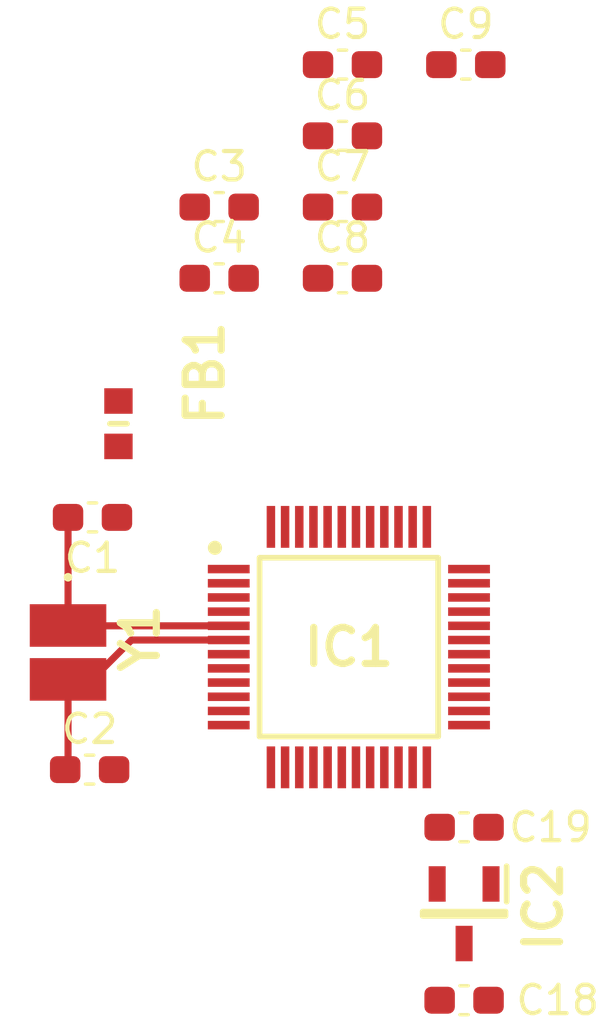
<source format=kicad_pcb>
(kicad_pcb (version 20221018) (generator pcbnew)
  (layers (0 "F.Cu" signal) (31 "B.Cu" signal) (34 "B.Paste" user) (35 "F.Paste" user) (36 "B.SilkS" user "B.Silkscreen") (37 "F.SilkS" user "F.Silkscreen") (38 "B.Mask" user) (39 "F.Mask" user) (44 "Edge.Cuts" user))
  (net 0 "")
  (net 1 "GND")
  (net 2 "PH0")
  (net 3 "PH1")
  (net 4 "+3V3")
  (net 5 "3V3A")
  (net 6 "3V3")
  (net 29 "RS485_EN")
  (net 30 "USART1_TX")
  (net 31 "USART1_RX")
  (net 32 "CAN_RX")
  (net 33 "CAN_TX")
  (net 34 "SWDIO")
  (net 36 "SWCLK")
  (net 46 "5V")
  (footprint "Capacitor_SMD:C_0603_1608Metric_Pad1.08x0.95mm_HandSolder" (layer "F.Cu") (at 49.845 25.19)
    (fp_text reference "C9" (at 0 -1.43) (layer "F.SilkS"))
    (fp_text value "1uF")
    (fp_line (start -0.146267 -0.51) (end 0.146267 -0.51) (stroke (width 0.12)) (layer "F.SilkS"))
    (fp_line (start -0.146267 0.51) (end 0.146267 0.51) (stroke (width 0.12)) (layer "F.SilkS"))
    (pad "1" smd roundrect (at -0.8625 0) (size 1.075 0.95) (layers "F.Cu" "F.Paste" "F.Mask") (net 5 "3V3A"))
    (pad "2" smd roundrect (at 0.8625 0) (size 1.075 0.95) (layers "F.Cu" "F.Paste" "F.Mask") (net 1 "GND"))
  )
  (footprint "Capacitor_SMD:C_0603_1608Metric_Pad1.08x0.95mm_HandSolder" (layer "F.Cu") (at 36.6765 41.148 180)
    (fp_text reference "C1" (at 0 -1.43) (layer "F.SilkS"))
    (fp_text value "8.2pF")
    (fp_line (start -0.146267 -0.51) (end 0.146267 -0.51) (stroke (width 0.12)) (layer "F.SilkS"))
    (fp_line (start -0.146267 0.51) (end 0.146267 0.51) (stroke (width 0.12)) (layer "F.SilkS"))
    (pad "1" smd roundrect (at -0.8625 0 180) (size 1.075 0.95) (layers "F.Cu" "F.Paste" "F.Mask") (net 1 "GND"))
    (pad "2" smd roundrect (at 0.8625 0 180) (size 1.075 0.95) (layers "F.Cu" "F.Paste" "F.Mask") (net 2 "PH0"))
  )
  (footprint "Capacitor_SMD:C_0603_1608Metric_Pad1.08x0.95mm_HandSolder" (layer "F.Cu") (at 41.145 30.21)
    (fp_text reference "C3" (at 0 -1.43) (layer "F.SilkS"))
    (fp_text value "100nF")
    (fp_line (start -0.146267 -0.51) (end 0.146267 -0.51) (stroke (width 0.12)) (layer "F.SilkS"))
    (fp_line (start -0.146267 0.51) (end 0.146267 0.51) (stroke (width 0.12)) (layer "F.SilkS"))
    (pad "1" smd roundrect (at -0.8625 0) (size 1.075 0.95) (layers "F.Cu" "F.Paste" "F.Mask") (net 4 "+3V3"))
    (pad "2" smd roundrect (at 0.8625 0) (size 1.075 0.95) (layers "F.Cu" "F.Paste" "F.Mask") (net 1 "GND"))
  )
  (footprint "Capacitor_SMD:C_0603_1608Metric_Pad1.08x0.95mm_HandSolder" (layer "F.Cu") (at 45.495 27.7)
    (fp_text reference "C6" (at 0 -1.43) (layer "F.SilkS"))
    (fp_text value "100nF")
    (fp_line (start -0.146267 -0.51) (end 0.146267 -0.51) (stroke (width 0.12)) (layer "F.SilkS"))
    (fp_line (start -0.146267 0.51) (end 0.146267 0.51) (stroke (width 0.12)) (layer "F.SilkS"))
    (pad "1" smd roundrect (at -0.8625 0) (size 1.075 0.95) (layers "F.Cu" "F.Paste" "F.Mask") (net 4 "+3V3"))
    (pad "2" smd roundrect (at 0.8625 0) (size 1.075 0.95) (layers "F.Cu" "F.Paste" "F.Mask") (net 1 "GND"))
  )
  (footprint "RedPinkAzuriBoard:BEADC1608X95N" (layer "F.Cu") (at 37.592 37.846 -90)
    (fp_text reference "FB1" (at -1.778 -3.048 90) (layer "F.SilkS") (effects (font (size 1.27 1.27) (thickness 0.254))))
    (fp_text value "BBNQ00160808601Y00" hide)
    (fp_line (start 0 -0.3) (end 0 0.3) (stroke (width 0.2)) (layer "F.SilkS"))
    (pad "1" smd rect (at -0.8 0 270) (size 0.9 1) (layers "F.Cu" "F.Paste" "F.Mask") (net 6 "3V3"))
    (pad "2" smd rect (at 0.8 0 270) (size 0.9 1) (layers "F.Cu" "F.Paste" "F.Mask") (net 5 "3V3A"))
  )
  (footprint "RedPinkAzuriBoard:STM32L431CBT6" (layer "F.Cu") (at 45.72 45.72)
    (fp_text reference "IC1" (at 0 0) (layer "F.SilkS") (effects (font (size 1.27 1.27) (thickness 0.254))))
    (fp_text value "STM32L431CBT6" hide)
    (fp_line (start -3.15 -3.15) (end 3.15 -3.15) (stroke (width 0.2)) (layer "F.SilkS"))
    (fp_line (start -3.15 3.15) (end -3.15 -3.15) (stroke (width 0.2)) (layer "F.SilkS"))
    (fp_line (start 3.15 -3.15) (end 3.15 3.15) (stroke (width 0.2)) (layer "F.SilkS"))
    (fp_line (start 3.15 3.15) (end -3.15 3.15) (stroke (width 0.2)) (layer "F.SilkS"))
    (fp_circle (center -4.725 -3.5) (end -4.725 -3.375) (stroke (width 0.25)) (fill none) (layer "F.SilkS"))
    (pad "1" smd rect (at -4.238 -2.75 90) (size 0.3 1.475) (layers "F.Cu" "F.Paste" "F.Mask"))
    (pad "2" smd rect (at -4.238 -2.25 90) (size 0.3 1.475) (layers "F.Cu" "F.Paste" "F.Mask"))
    (pad "3" smd rect (at -4.238 -1.75 90) (size 0.3 1.475) (layers "F.Cu" "F.Paste" "F.Mask"))
    (pad "4" smd rect (at -4.238 -1.25 90) (size 0.3 1.475) (layers "F.Cu" "F.Paste" "F.Mask"))
    (pad "5" smd rect (at -4.238 -0.75 90) (size 0.3 1.475) (layers "F.Cu" "F.Paste" "F.Mask") (net 2 "PH0"))
    (pad "6" smd rect (at -4.238 -0.25 90) (size 0.3 1.475) (layers "F.Cu" "F.Paste" "F.Mask") (net 3 "PH1"))
    (pad "7" smd rect (at -4.238 0.25 90) (size 0.3 1.475) (layers "F.Cu" "F.Paste" "F.Mask"))
    (pad "8" smd rect (at -4.238 0.75 90) (size 0.3 1.475) (layers "F.Cu" "F.Paste" "F.Mask") (net 1 "GND"))
    (pad "9" smd rect (at -4.238 1.25 90) (size 0.3 1.475) (layers "F.Cu" "F.Paste" "F.Mask") (net 5 "3V3A"))
    (pad "10" smd rect (at -4.238 1.75 90) (size 0.3 1.475) (layers "F.Cu" "F.Paste" "F.Mask"))
    (pad "11" smd rect (at -4.238 2.25 90) (size 0.3 1.475) (layers "F.Cu" "F.Paste" "F.Mask"))
    (pad "12" smd rect (at -4.238 2.75 90) (size 0.3 1.475) (layers "F.Cu" "F.Paste" "F.Mask"))
    (pad "13" smd rect (at -2.75 4.238) (size 0.3 1.475) (layers "F.Cu" "F.Paste" "F.Mask"))
    (pad "14" smd rect (at -2.25 4.238) (size 0.3 1.475) (layers "F.Cu" "F.Paste" "F.Mask"))
    (pad "15" smd rect (at -1.75 4.238) (size 0.3 1.475) (layers "F.Cu" "F.Paste" "F.Mask"))
    (pad "16" smd rect (at -1.25 4.238) (size 0.3 1.475) (layers "F.Cu" "F.Paste" "F.Mask"))
    (pad "17" smd rect (at -0.75 4.238) (size 0.3 1.475) (layers "F.Cu" "F.Paste" "F.Mask"))
    (pad "18" smd rect (at -0.25 4.238) (size 0.3 1.475) (layers "F.Cu" "F.Paste" "F.Mask"))
    (pad "19" smd rect (at 0.25 4.238) (size 0.3 1.475) (layers "F.Cu" "F.Paste" "F.Mask"))
    (pad "20" smd rect (at 0.75 4.238) (size 0.3 1.475) (layers "F.Cu" "F.Paste" "F.Mask"))
    (pad "21" smd rect (at 1.25 4.238) (size 0.3 1.475) (layers "F.Cu" "F.Paste" "F.Mask"))
    (pad "22" smd rect (at 1.75 4.238) (size 0.3 1.475) (layers "F.Cu" "F.Paste" "F.Mask"))
    (pad "23" smd rect (at 2.25 4.238) (size 0.3 1.475) (layers "F.Cu" "F.Paste" "F.Mask") (net 1 "GND"))
    (pad "24" smd rect (at 2.75 4.238) (size 0.3 1.475) (layers "F.Cu" "F.Paste" "F.Mask") (net 6 "3V3"))
    (pad "25" smd rect (at 4.238 2.75 90) (size 0.3 1.475) (layers "F.Cu" "F.Paste" "F.Mask"))
    (pad "26" smd rect (at 4.238 2.25 90) (size 0.3 1.475) (layers "F.Cu" "F.Paste" "F.Mask"))
    (pad "27" smd rect (at 4.238 1.75 90) (size 0.3 1.475) (layers "F.Cu" "F.Paste" "F.Mask"))
    (pad "28" smd rect (at 4.238 1.25 90) (size 0.3 1.475) (layers "F.Cu" "F.Paste" "F.Mask"))
    (pad "29" smd rect (at 4.238 0.75 90) (size 0.3 1.475) (layers "F.Cu" "F.Paste" "F.Mask") (net 29 "RS485_EN"))
    (pad "30" smd rect (at 4.238 0.25 90) (size 0.3 1.475) (layers "F.Cu" "F.Paste" "F.Mask") (net 30 "USART1_TX"))
    (pad "31" smd rect (at 4.238 -0.25 90) (size 0.3 1.475) (layers "F.Cu" "F.Paste" "F.Mask") (net 31 "USART1_RX"))
    (pad "32" smd rect (at 4.238 -0.75 90) (size 0.3 1.475) (layers "F.Cu" "F.Paste" "F.Mask") (net 32 "CAN_RX"))
    (pad "33" smd rect (at 4.238 -1.25 90) (size 0.3 1.475) (layers "F.Cu" "F.Paste" "F.Mask") (net 33 "CAN_TX"))
    (pad "34" smd rect (at 4.238 -1.75 90) (size 0.3 1.475) (layers "F.Cu" "F.Paste" "F.Mask") (net 34 "SWDIO"))
    (pad "35" smd rect (at 4.238 -2.25 90) (size 0.3 1.475) (layers "F.Cu" "F.Paste" "F.Mask") (net 1 "GND"))
    (pad "36" smd rect (at 4.238 -2.75 90) (size 0.3 1.475) (layers "F.Cu" "F.Paste" "F.Mask"))
    (pad "37" smd rect (at 2.75 -4.238) (size 0.3 1.475) (layers "F.Cu" "F.Paste" "F.Mask") (net 36 "SWCLK"))
    (pad "38" smd rect (at 2.25 -4.238) (size 0.3 1.475) (layers "F.Cu" "F.Paste" "F.Mask"))
    (pad "39" smd rect (at 1.75 -4.238) (size 0.3 1.475) (layers "F.Cu" "F.Paste" "F.Mask"))
    (pad "40" smd rect (at 1.25 -4.238) (size 0.3 1.475) (layers "F.Cu" "F.Paste" "F.Mask"))
    (pad "41" smd rect (at 0.75 -4.238) (size 0.3 1.475) (layers "F.Cu" "F.Paste" "F.Mask"))
    (pad "42" smd rect (at 0.25 -4.238) (size 0.3 1.475) (layers "F.Cu" "F.Paste" "F.Mask"))
    (pad "43" smd rect (at -0.25 -4.238) (size 0.3 1.475) (layers "F.Cu" "F.Paste" "F.Mask"))
    (pad "44" smd rect (at -0.75 -4.238) (size 0.3 1.475) (layers "F.Cu" "F.Paste" "F.Mask"))
    (pad "45" smd rect (at -1.25 -4.238) (size 0.3 1.475) (layers "F.Cu" "F.Paste" "F.Mask"))
    (pad "46" smd rect (at -1.75 -4.238) (size 0.3 1.475) (layers "F.Cu" "F.Paste" "F.Mask"))
    (pad "47" smd rect (at -2.25 -4.238) (size 0.3 1.475) (layers "F.Cu" "F.Paste" "F.Mask") (net 1 "GND"))
    (pad "48" smd rect (at -2.75 -4.238) (size 0.3 1.475) (layers "F.Cu" "F.Paste" "F.Mask") (net 6 "3V3"))
  )
  (footprint "Capacitor_SMD:C_0603_1608Metric_Pad1.08x0.95mm_HandSolder" (layer "F.Cu") (at 36.576 50.038)
    (fp_text reference "C2" (at 0 -1.43) (layer "F.SilkS"))
    (fp_text value "8.2pF")
    (fp_line (start -0.146267 -0.51) (end 0.146267 -0.51) (stroke (width 0.12)) (layer "F.SilkS"))
    (fp_line (start -0.146267 0.51) (end 0.146267 0.51) (stroke (width 0.12)) (layer "F.SilkS"))
    (pad "1" smd roundrect (at -0.8625 0) (size 1.075 0.95) (layers "F.Cu" "F.Paste" "F.Mask") (net 3 "PH1"))
    (pad "2" smd roundrect (at 0.8625 0) (size 1.075 0.95) (layers "F.Cu" "F.Paste" "F.Mask") (net 1 "GND"))
  )
  (footprint "Capacitor_SMD:C_0603_1608Metric_Pad1.08x0.95mm_HandSolder" (layer "F.Cu") (at 49.784 52.07 180)
    (fp_text reference "C19" (at -3.048 0 180) (layer "F.SilkS"))
    (fp_text value "1uF")
    (fp_line (start -0.146267 -0.51) (end 0.146267 -0.51) (stroke (width 0.12)) (layer "F.SilkS"))
    (fp_line (start -0.146267 0.51) (end 0.146267 0.51) (stroke (width 0.12)) (layer "F.SilkS"))
    (pad "1" smd roundrect (at -0.8625 0 180) (size 1.075 0.95) (layers "F.Cu" "F.Paste" "F.Mask") (net 1 "GND"))
    (pad "2" smd roundrect (at 0.8625 0 180) (size 1.075 0.95) (layers "F.Cu" "F.Paste" "F.Mask") (net 6 "3V3"))
  )
  (footprint "Capacitor_SMD:C_0603_1608Metric_Pad1.08x0.95mm_HandSolder" (layer "F.Cu") (at 41.145 32.72)
    (fp_text reference "C4" (at 0 -1.43) (layer "F.SilkS"))
    (fp_text value "100nF")
    (fp_line (start -0.146267 -0.51) (end 0.146267 -0.51) (stroke (width 0.12)) (layer "F.SilkS"))
    (fp_line (start -0.146267 0.51) (end 0.146267 0.51) (stroke (width 0.12)) (layer "F.SilkS"))
    (pad "1" smd roundrect (at -0.8625 0) (size 1.075 0.95) (layers "F.Cu" "F.Paste" "F.Mask") (net 4 "+3V3"))
    (pad "2" smd roundrect (at 0.8625 0) (size 1.075 0.95) (layers "F.Cu" "F.Paste" "F.Mask") (net 1 "GND"))
  )
  (footprint "RedPinkAzuriBoard:NX3225GD8MHZSTDCRA3" (layer "F.Cu") (at 35.814 45.908 -90)
    (fp_text reference "Y1" (at -0.5 -2.54 90) (layer "F.SilkS") (effects (font (size 1.27 1.27) (thickness 0.254))))
    (fp_text value "8MHz NX3225GD" hide)
    (fp_line (start -2.7 0) (end -2.7 0) (stroke (width 0.2)) (layer "F.SilkS"))
    (fp_line (start -2.7 0) (end -2.7 0) (stroke (width 0.2)) (layer "F.SilkS"))
    (fp_line (start -2.6 0) (end -2.6 0) (stroke (width 0.2)) (layer "F.SilkS"))
    (fp_arc (start -2.7 0) (mid -2.65 -0.05) (end -2.6 0) (stroke (width 0.2)) (layer "F.SilkS"))
    (fp_arc (start -2.6 0) (mid -2.65 0.05) (end -2.7 0) (stroke (width 0.2)) (layer "F.SilkS"))
    (fp_arc (start -2.6 0) (mid -2.65 0.05) (end -2.7 0) (stroke (width 0.2)) (layer "F.SilkS"))
    (pad "1" smd rect (at -0.95 0 270) (size 1.5 2.7) (layers "F.Cu" "F.Paste" "F.Mask") (net 2 "PH0"))
    (pad "2" smd rect (at 0.95 0 270) (size 1.5 2.7) (layers "F.Cu" "F.Paste" "F.Mask") (net 3 "PH1"))
  )
  (footprint "Capacitor_SMD:C_0603_1608Metric_Pad1.08x0.95mm_HandSolder" (layer "F.Cu") (at 49.784 58.166 180)
    (fp_text reference "C18" (at -3.302 0) (layer "F.SilkS"))
    (fp_text value "1uF")
    (fp_line (start -0.146267 -0.51) (end 0.146267 -0.51) (stroke (width 0.12)) (layer "F.SilkS"))
    (fp_line (start -0.146267 0.51) (end 0.146267 0.51) (stroke (width 0.12)) (layer "F.SilkS"))
    (pad "1" smd roundrect (at -0.8625 0 180) (size 1.075 0.95) (layers "F.Cu" "F.Paste" "F.Mask") (net 1 "GND"))
    (pad "2" smd roundrect (at 0.8625 0 180) (size 1.075 0.95) (layers "F.Cu" "F.Paste" "F.Mask") (net 46 "5V"))
  )
  (footprint "Capacitor_SMD:C_0603_1608Metric_Pad1.08x0.95mm_HandSolder" (layer "F.Cu") (at 45.495 32.72)
    (fp_text reference "C8" (at 0 -1.43) (layer "F.SilkS"))
    (fp_text value "10nF")
    (fp_line (start -0.146267 -0.51) (end 0.146267 -0.51) (stroke (width 0.12)) (layer "F.SilkS"))
    (fp_line (start -0.146267 0.51) (end 0.146267 0.51) (stroke (width 0.12)) (layer "F.SilkS"))
    (pad "1" smd roundrect (at -0.8625 0) (size 1.075 0.95) (layers "F.Cu" "F.Paste" "F.Mask") (net 5 "3V3A"))
    (pad "2" smd roundrect (at 0.8625 0) (size 1.075 0.95) (layers "F.Cu" "F.Paste" "F.Mask") (net 1 "GND"))
  )
  (footprint "Capacitor_SMD:C_0603_1608Metric_Pad1.08x0.95mm_HandSolder" (layer "F.Cu") (at 45.495 25.19)
    (fp_text reference "C5" (at 0 -1.43) (layer "F.SilkS"))
    (fp_text value "100nF")
    (fp_line (start -0.146267 -0.51) (end 0.146267 -0.51) (stroke (width 0.12)) (layer "F.SilkS"))
    (fp_line (start -0.146267 0.51) (end 0.146267 0.51) (stroke (width 0.12)) (layer "F.SilkS"))
    (pad "1" smd roundrect (at -0.8625 0) (size 1.075 0.95) (layers "F.Cu" "F.Paste" "F.Mask") (net 4 "+3V3"))
    (pad "2" smd roundrect (at 0.8625 0) (size 1.075 0.95) (layers "F.Cu" "F.Paste" "F.Mask") (net 1 "GND"))
  )
  (footprint "RedPinkAzuriBoard:SOT95P237X112-3N" (layer "F.Cu") (at 49.784 55.118 -90)
    (fp_text reference "IC2" (at -0.254 -2.794 -90) (layer "F.SilkS") (effects (font (size 1.27 1.27) (thickness 0.254))))
    (fp_text value "TPS7A0533PDBZR" hide)
    (fp_line (start -1.675 -1.5) (end -0.425 -1.5) (stroke (width 0.2)) (layer "F.SilkS"))
    (fp_line (start -0.075 -1.46) (end 0.075 -1.46) (stroke (width 0.2)) (layer "F.SilkS"))
    (fp_line (start -0.075 1.46) (end -0.075 -1.46) (stroke (width 0.2)) (layer "F.SilkS"))
    (fp_line (start 0.075 -1.46) (end 0.075 1.46) (stroke (width 0.2)) (layer "F.SilkS"))
    (fp_line (start 0.075 1.46) (end -0.075 1.46) (stroke (width 0.2)) (layer "F.SilkS"))
    (pad "1" smd rect (at -1.05 -0.95) (size 0.6 1.25) (layers "F.Cu" "F.Paste" "F.Mask") (net 1 "GND"))
    (pad "2" smd rect (at -1.05 0.95) (size 0.6 1.25) (layers "F.Cu" "F.Paste" "F.Mask") (net 6 "3V3"))
    (pad "3" smd rect (at 1.05 0) (size 0.6 1.25) (layers "F.Cu" "F.Paste" "F.Mask") (net 46 "5V"))
  )
  (footprint "Capacitor_SMD:C_0603_1608Metric_Pad1.08x0.95mm_HandSolder" (layer "F.Cu") (at 45.495 30.21)
    (fp_text reference "C7" (at 0 -1.43) (layer "F.SilkS"))
    (fp_text value "4.7uF")
    (fp_line (start -0.146267 -0.51) (end 0.146267 -0.51) (stroke (width 0.12)) (layer "F.SilkS"))
    (fp_line (start -0.146267 0.51) (end 0.146267 0.51) (stroke (width 0.12)) (layer "F.SilkS"))
    (pad "1" smd roundrect (at -0.8625 0) (size 1.075 0.95) (layers "F.Cu" "F.Paste" "F.Mask") (net 4 "+3V3"))
    (pad "2" smd roundrect (at 0.8625 0) (size 1.075 0.95) (layers "F.Cu" "F.Paste" "F.Mask") (net 1 "GND"))
  )
  (segment (start 35.826 44.97) (end 35.814 44.958) (width 0.25) (layer "F.Cu") (net 2))
  (segment (start 35.814 44.958) (end 35.814 41.148) (width 0.25) (layer "F.Cu") (net 2))
  (segment (start 41.482 44.97) (end 35.826 44.97) (width 0.25) (layer "F.Cu") (net 2))
  (segment (start 38.052 45.47) (end 36.664 46.858) (width 0.25) (layer "F.Cu") (net 3))
  (segment (start 36.664 46.858) (end 35.814 46.858) (width 0.25) (layer "F.Cu") (net 3))
  (segment (start 41.482 45.47) (end 38.052 45.47) (width 0.25) (layer "F.Cu") (net 3))
  (segment (start 35.814 49.9375) (end 35.7135 50.038) (width 0.25) (layer "F.Cu") (net 3))
  (segment (start 35.814 46.858) (end 35.814 49.9375) (width 0.25) (layer "F.Cu") (net 3))
)
</source>
